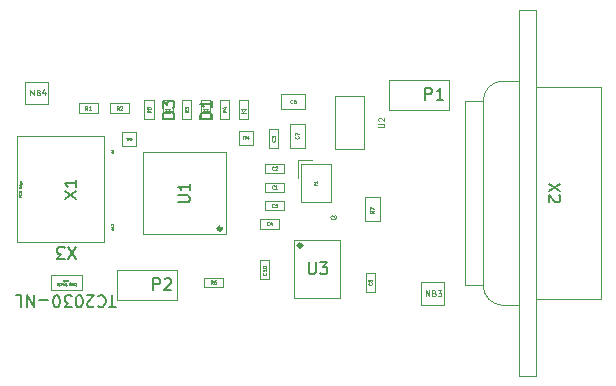
<source format=gbr>
%TF.GenerationSoftware,KiCad,Pcbnew,7.0.5*%
%TF.CreationDate,2023-06-19T14:48:02+02:00*%
%TF.ProjectId,candleLightfd-S01,63616e64-6c65-44c6-9967-687466642d53,R01*%
%TF.SameCoordinates,Original*%
%TF.FileFunction,AssemblyDrawing,Top*%
%FSLAX46Y46*%
G04 Gerber Fmt 4.6, Leading zero omitted, Abs format (unit mm)*
G04 Created by KiCad (PCBNEW 7.0.5) date 2023-06-19 14:48:02*
%MOMM*%
%LPD*%
G01*
G04 APERTURE LIST*
%ADD10C,0.150000*%
%ADD11C,0.010000*%
%ADD12C,0.030000*%
%ADD13C,0.050000*%
%ADD14C,0.075000*%
%ADD15C,0.100000*%
%ADD16C,0.300000*%
G04 APERTURE END LIST*
D10*
%TO.C,X3*%
X109188094Y-139645180D02*
X108616666Y-139645180D01*
X108902380Y-138645180D02*
X108902380Y-139645180D01*
X107711904Y-138740419D02*
X107759523Y-138692800D01*
X107759523Y-138692800D02*
X107902380Y-138645180D01*
X107902380Y-138645180D02*
X107997618Y-138645180D01*
X107997618Y-138645180D02*
X108140475Y-138692800D01*
X108140475Y-138692800D02*
X108235713Y-138788038D01*
X108235713Y-138788038D02*
X108283332Y-138883276D01*
X108283332Y-138883276D02*
X108330951Y-139073752D01*
X108330951Y-139073752D02*
X108330951Y-139216609D01*
X108330951Y-139216609D02*
X108283332Y-139407085D01*
X108283332Y-139407085D02*
X108235713Y-139502323D01*
X108235713Y-139502323D02*
X108140475Y-139597561D01*
X108140475Y-139597561D02*
X107997618Y-139645180D01*
X107997618Y-139645180D02*
X107902380Y-139645180D01*
X107902380Y-139645180D02*
X107759523Y-139597561D01*
X107759523Y-139597561D02*
X107711904Y-139549942D01*
X107330951Y-139549942D02*
X107283332Y-139597561D01*
X107283332Y-139597561D02*
X107188094Y-139645180D01*
X107188094Y-139645180D02*
X106949999Y-139645180D01*
X106949999Y-139645180D02*
X106854761Y-139597561D01*
X106854761Y-139597561D02*
X106807142Y-139549942D01*
X106807142Y-139549942D02*
X106759523Y-139454704D01*
X106759523Y-139454704D02*
X106759523Y-139359466D01*
X106759523Y-139359466D02*
X106807142Y-139216609D01*
X106807142Y-139216609D02*
X107378570Y-138645180D01*
X107378570Y-138645180D02*
X106759523Y-138645180D01*
X106140475Y-139645180D02*
X106045237Y-139645180D01*
X106045237Y-139645180D02*
X105949999Y-139597561D01*
X105949999Y-139597561D02*
X105902380Y-139549942D01*
X105902380Y-139549942D02*
X105854761Y-139454704D01*
X105854761Y-139454704D02*
X105807142Y-139264228D01*
X105807142Y-139264228D02*
X105807142Y-139026133D01*
X105807142Y-139026133D02*
X105854761Y-138835657D01*
X105854761Y-138835657D02*
X105902380Y-138740419D01*
X105902380Y-138740419D02*
X105949999Y-138692800D01*
X105949999Y-138692800D02*
X106045237Y-138645180D01*
X106045237Y-138645180D02*
X106140475Y-138645180D01*
X106140475Y-138645180D02*
X106235713Y-138692800D01*
X106235713Y-138692800D02*
X106283332Y-138740419D01*
X106283332Y-138740419D02*
X106330951Y-138835657D01*
X106330951Y-138835657D02*
X106378570Y-139026133D01*
X106378570Y-139026133D02*
X106378570Y-139264228D01*
X106378570Y-139264228D02*
X106330951Y-139454704D01*
X106330951Y-139454704D02*
X106283332Y-139549942D01*
X106283332Y-139549942D02*
X106235713Y-139597561D01*
X106235713Y-139597561D02*
X106140475Y-139645180D01*
X105473808Y-139645180D02*
X104854761Y-139645180D01*
X104854761Y-139645180D02*
X105188094Y-139264228D01*
X105188094Y-139264228D02*
X105045237Y-139264228D01*
X105045237Y-139264228D02*
X104949999Y-139216609D01*
X104949999Y-139216609D02*
X104902380Y-139168990D01*
X104902380Y-139168990D02*
X104854761Y-139073752D01*
X104854761Y-139073752D02*
X104854761Y-138835657D01*
X104854761Y-138835657D02*
X104902380Y-138740419D01*
X104902380Y-138740419D02*
X104949999Y-138692800D01*
X104949999Y-138692800D02*
X105045237Y-138645180D01*
X105045237Y-138645180D02*
X105330951Y-138645180D01*
X105330951Y-138645180D02*
X105426189Y-138692800D01*
X105426189Y-138692800D02*
X105473808Y-138740419D01*
X104235713Y-139645180D02*
X104140475Y-139645180D01*
X104140475Y-139645180D02*
X104045237Y-139597561D01*
X104045237Y-139597561D02*
X103997618Y-139549942D01*
X103997618Y-139549942D02*
X103949999Y-139454704D01*
X103949999Y-139454704D02*
X103902380Y-139264228D01*
X103902380Y-139264228D02*
X103902380Y-139026133D01*
X103902380Y-139026133D02*
X103949999Y-138835657D01*
X103949999Y-138835657D02*
X103997618Y-138740419D01*
X103997618Y-138740419D02*
X104045237Y-138692800D01*
X104045237Y-138692800D02*
X104140475Y-138645180D01*
X104140475Y-138645180D02*
X104235713Y-138645180D01*
X104235713Y-138645180D02*
X104330951Y-138692800D01*
X104330951Y-138692800D02*
X104378570Y-138740419D01*
X104378570Y-138740419D02*
X104426189Y-138835657D01*
X104426189Y-138835657D02*
X104473808Y-139026133D01*
X104473808Y-139026133D02*
X104473808Y-139264228D01*
X104473808Y-139264228D02*
X104426189Y-139454704D01*
X104426189Y-139454704D02*
X104378570Y-139549942D01*
X104378570Y-139549942D02*
X104330951Y-139597561D01*
X104330951Y-139597561D02*
X104235713Y-139645180D01*
X103473808Y-139026133D02*
X102711904Y-139026133D01*
X102235713Y-138645180D02*
X102235713Y-139645180D01*
X102235713Y-139645180D02*
X101664285Y-138645180D01*
X101664285Y-138645180D02*
X101664285Y-139645180D01*
X100711904Y-138645180D02*
X101188094Y-138645180D01*
X101188094Y-138645180D02*
X101188094Y-139645180D01*
D11*
X105845802Y-137624996D02*
X105845802Y-137824996D01*
X105826755Y-137701186D02*
X105769612Y-137624996D01*
X105769612Y-137758329D02*
X105845802Y-137682139D01*
X105607707Y-137634520D02*
X105626755Y-137624996D01*
X105626755Y-137624996D02*
X105664850Y-137624996D01*
X105664850Y-137624996D02*
X105683897Y-137634520D01*
X105683897Y-137634520D02*
X105693421Y-137653567D01*
X105693421Y-137653567D02*
X105693421Y-137729758D01*
X105693421Y-137729758D02*
X105683897Y-137748805D01*
X105683897Y-137748805D02*
X105664850Y-137758329D01*
X105664850Y-137758329D02*
X105626755Y-137758329D01*
X105626755Y-137758329D02*
X105607707Y-137748805D01*
X105607707Y-137748805D02*
X105598183Y-137729758D01*
X105598183Y-137729758D02*
X105598183Y-137710710D01*
X105598183Y-137710710D02*
X105693421Y-137691662D01*
X105436278Y-137634520D02*
X105455326Y-137624996D01*
X105455326Y-137624996D02*
X105493421Y-137624996D01*
X105493421Y-137624996D02*
X105512468Y-137634520D01*
X105512468Y-137634520D02*
X105521992Y-137653567D01*
X105521992Y-137653567D02*
X105521992Y-137729758D01*
X105521992Y-137729758D02*
X105512468Y-137748805D01*
X105512468Y-137748805D02*
X105493421Y-137758329D01*
X105493421Y-137758329D02*
X105455326Y-137758329D01*
X105455326Y-137758329D02*
X105436278Y-137748805D01*
X105436278Y-137748805D02*
X105426754Y-137729758D01*
X105426754Y-137729758D02*
X105426754Y-137710710D01*
X105426754Y-137710710D02*
X105521992Y-137691662D01*
X105341039Y-137758329D02*
X105341039Y-137558329D01*
X105341039Y-137748805D02*
X105321992Y-137758329D01*
X105321992Y-137758329D02*
X105283897Y-137758329D01*
X105283897Y-137758329D02*
X105264849Y-137748805D01*
X105264849Y-137748805D02*
X105255325Y-137739281D01*
X105255325Y-137739281D02*
X105245801Y-137720234D01*
X105245801Y-137720234D02*
X105245801Y-137663091D01*
X105245801Y-137663091D02*
X105255325Y-137644043D01*
X105255325Y-137644043D02*
X105264849Y-137634520D01*
X105264849Y-137634520D02*
X105283897Y-137624996D01*
X105283897Y-137624996D02*
X105321992Y-137624996D01*
X105321992Y-137624996D02*
X105341039Y-137634520D01*
X105036278Y-137758329D02*
X104960087Y-137758329D01*
X105007706Y-137824996D02*
X105007706Y-137653567D01*
X105007706Y-137653567D02*
X104998183Y-137634520D01*
X104998183Y-137634520D02*
X104979135Y-137624996D01*
X104979135Y-137624996D02*
X104960087Y-137624996D01*
X104893420Y-137624996D02*
X104893420Y-137758329D01*
X104893420Y-137720234D02*
X104883897Y-137739281D01*
X104883897Y-137739281D02*
X104874373Y-137748805D01*
X104874373Y-137748805D02*
X104855325Y-137758329D01*
X104855325Y-137758329D02*
X104836278Y-137758329D01*
X104683896Y-137624996D02*
X104683896Y-137729758D01*
X104683896Y-137729758D02*
X104693420Y-137748805D01*
X104693420Y-137748805D02*
X104712468Y-137758329D01*
X104712468Y-137758329D02*
X104750563Y-137758329D01*
X104750563Y-137758329D02*
X104769610Y-137748805D01*
X104683896Y-137634520D02*
X104702944Y-137624996D01*
X104702944Y-137624996D02*
X104750563Y-137624996D01*
X104750563Y-137624996D02*
X104769610Y-137634520D01*
X104769610Y-137634520D02*
X104779134Y-137653567D01*
X104779134Y-137653567D02*
X104779134Y-137672615D01*
X104779134Y-137672615D02*
X104769610Y-137691662D01*
X104769610Y-137691662D02*
X104750563Y-137701186D01*
X104750563Y-137701186D02*
X104702944Y-137701186D01*
X104702944Y-137701186D02*
X104683896Y-137710710D01*
X104502944Y-137634520D02*
X104521992Y-137624996D01*
X104521992Y-137624996D02*
X104560087Y-137624996D01*
X104560087Y-137624996D02*
X104579135Y-137634520D01*
X104579135Y-137634520D02*
X104588658Y-137644043D01*
X104588658Y-137644043D02*
X104598182Y-137663091D01*
X104598182Y-137663091D02*
X104598182Y-137720234D01*
X104598182Y-137720234D02*
X104588658Y-137739281D01*
X104588658Y-137739281D02*
X104579135Y-137748805D01*
X104579135Y-137748805D02*
X104560087Y-137758329D01*
X104560087Y-137758329D02*
X104521992Y-137758329D01*
X104521992Y-137758329D02*
X104502944Y-137748805D01*
X104417229Y-137624996D02*
X104417229Y-137824996D01*
X104398182Y-137701186D02*
X104341039Y-137624996D01*
X104341039Y-137758329D02*
X104417229Y-137682139D01*
X104264848Y-137634520D02*
X104245801Y-137624996D01*
X104245801Y-137624996D02*
X104207705Y-137624996D01*
X104207705Y-137624996D02*
X104188658Y-137634520D01*
X104188658Y-137634520D02*
X104179134Y-137653567D01*
X104179134Y-137653567D02*
X104179134Y-137663091D01*
X104179134Y-137663091D02*
X104188658Y-137682139D01*
X104188658Y-137682139D02*
X104207705Y-137691662D01*
X104207705Y-137691662D02*
X104236277Y-137691662D01*
X104236277Y-137691662D02*
X104255324Y-137701186D01*
X104255324Y-137701186D02*
X104264848Y-137720234D01*
X104264848Y-137720234D02*
X104264848Y-137729758D01*
X104264848Y-137729758D02*
X104255324Y-137748805D01*
X104255324Y-137748805D02*
X104236277Y-137758329D01*
X104236277Y-137758329D02*
X104207705Y-137758329D01*
X104207705Y-137758329D02*
X104188658Y-137748805D01*
X105117231Y-137324996D02*
X105136279Y-137334520D01*
X105136279Y-137334520D02*
X105145802Y-137344043D01*
X105145802Y-137344043D02*
X105155326Y-137363091D01*
X105155326Y-137363091D02*
X105155326Y-137420234D01*
X105155326Y-137420234D02*
X105145802Y-137439281D01*
X105145802Y-137439281D02*
X105136279Y-137448805D01*
X105136279Y-137448805D02*
X105117231Y-137458329D01*
X105117231Y-137458329D02*
X105088660Y-137458329D01*
X105088660Y-137458329D02*
X105069612Y-137448805D01*
X105069612Y-137448805D02*
X105060088Y-137439281D01*
X105060088Y-137439281D02*
X105050564Y-137420234D01*
X105050564Y-137420234D02*
X105050564Y-137363091D01*
X105050564Y-137363091D02*
X105060088Y-137344043D01*
X105060088Y-137344043D02*
X105069612Y-137334520D01*
X105069612Y-137334520D02*
X105088660Y-137324996D01*
X105088660Y-137324996D02*
X105117231Y-137324996D01*
X104879136Y-137458329D02*
X104879136Y-137324996D01*
X104964850Y-137458329D02*
X104964850Y-137353567D01*
X104964850Y-137353567D02*
X104955327Y-137334520D01*
X104955327Y-137334520D02*
X104936279Y-137324996D01*
X104936279Y-137324996D02*
X104907708Y-137324996D01*
X104907708Y-137324996D02*
X104888660Y-137334520D01*
X104888660Y-137334520D02*
X104879136Y-137344043D01*
X104812470Y-137458329D02*
X104736279Y-137458329D01*
X104783898Y-137524996D02*
X104783898Y-137353567D01*
X104783898Y-137353567D02*
X104774375Y-137334520D01*
X104774375Y-137334520D02*
X104755327Y-137324996D01*
X104755327Y-137324996D02*
X104736279Y-137324996D01*
D10*
X105809523Y-135545180D02*
X105142857Y-134545180D01*
X105142857Y-135545180D02*
X105809523Y-134545180D01*
X104857142Y-135545180D02*
X104238095Y-135545180D01*
X104238095Y-135545180D02*
X104571428Y-135164228D01*
X104571428Y-135164228D02*
X104428571Y-135164228D01*
X104428571Y-135164228D02*
X104333333Y-135116609D01*
X104333333Y-135116609D02*
X104285714Y-135068990D01*
X104285714Y-135068990D02*
X104238095Y-134973752D01*
X104238095Y-134973752D02*
X104238095Y-134735657D01*
X104238095Y-134735657D02*
X104285714Y-134640419D01*
X104285714Y-134640419D02*
X104333333Y-134592800D01*
X104333333Y-134592800D02*
X104428571Y-134545180D01*
X104428571Y-134545180D02*
X104714285Y-134545180D01*
X104714285Y-134545180D02*
X104809523Y-134592800D01*
X104809523Y-134592800D02*
X104857142Y-134640419D01*
D12*
%TO.C,R2*%
X109450000Y-122937225D02*
X109350000Y-122794368D01*
X109278571Y-122937225D02*
X109278571Y-122637225D01*
X109278571Y-122637225D02*
X109392857Y-122637225D01*
X109392857Y-122637225D02*
X109421428Y-122651511D01*
X109421428Y-122651511D02*
X109435714Y-122665797D01*
X109435714Y-122665797D02*
X109450000Y-122694368D01*
X109450000Y-122694368D02*
X109450000Y-122737225D01*
X109450000Y-122737225D02*
X109435714Y-122765797D01*
X109435714Y-122765797D02*
X109421428Y-122780082D01*
X109421428Y-122780082D02*
X109392857Y-122794368D01*
X109392857Y-122794368D02*
X109278571Y-122794368D01*
X109564285Y-122665797D02*
X109578571Y-122651511D01*
X109578571Y-122651511D02*
X109607143Y-122637225D01*
X109607143Y-122637225D02*
X109678571Y-122637225D01*
X109678571Y-122637225D02*
X109707143Y-122651511D01*
X109707143Y-122651511D02*
X109721428Y-122665797D01*
X109721428Y-122665797D02*
X109735714Y-122694368D01*
X109735714Y-122694368D02*
X109735714Y-122722940D01*
X109735714Y-122722940D02*
X109721428Y-122765797D01*
X109721428Y-122765797D02*
X109550000Y-122937225D01*
X109550000Y-122937225D02*
X109735714Y-122937225D01*
D13*
%TO.C,C2*%
X122600000Y-128007614D02*
X122585714Y-128021900D01*
X122585714Y-128021900D02*
X122542857Y-128036185D01*
X122542857Y-128036185D02*
X122514285Y-128036185D01*
X122514285Y-128036185D02*
X122471428Y-128021900D01*
X122471428Y-128021900D02*
X122442857Y-127993328D01*
X122442857Y-127993328D02*
X122428571Y-127964757D01*
X122428571Y-127964757D02*
X122414285Y-127907614D01*
X122414285Y-127907614D02*
X122414285Y-127864757D01*
X122414285Y-127864757D02*
X122428571Y-127807614D01*
X122428571Y-127807614D02*
X122442857Y-127779042D01*
X122442857Y-127779042D02*
X122471428Y-127750471D01*
X122471428Y-127750471D02*
X122514285Y-127736185D01*
X122514285Y-127736185D02*
X122542857Y-127736185D01*
X122542857Y-127736185D02*
X122585714Y-127750471D01*
X122585714Y-127750471D02*
X122600000Y-127764757D01*
X122714285Y-127764757D02*
X122728571Y-127750471D01*
X122728571Y-127750471D02*
X122757143Y-127736185D01*
X122757143Y-127736185D02*
X122828571Y-127736185D01*
X122828571Y-127736185D02*
X122857143Y-127750471D01*
X122857143Y-127750471D02*
X122871428Y-127764757D01*
X122871428Y-127764757D02*
X122885714Y-127793328D01*
X122885714Y-127793328D02*
X122885714Y-127821900D01*
X122885714Y-127821900D02*
X122871428Y-127864757D01*
X122871428Y-127864757D02*
X122700000Y-128036185D01*
X122700000Y-128036185D02*
X122885714Y-128036185D01*
%TO.C,C8*%
X130857614Y-137599999D02*
X130871900Y-137614285D01*
X130871900Y-137614285D02*
X130886185Y-137657142D01*
X130886185Y-137657142D02*
X130886185Y-137685714D01*
X130886185Y-137685714D02*
X130871900Y-137728571D01*
X130871900Y-137728571D02*
X130843328Y-137757142D01*
X130843328Y-137757142D02*
X130814757Y-137771428D01*
X130814757Y-137771428D02*
X130757614Y-137785714D01*
X130757614Y-137785714D02*
X130714757Y-137785714D01*
X130714757Y-137785714D02*
X130657614Y-137771428D01*
X130657614Y-137771428D02*
X130629042Y-137757142D01*
X130629042Y-137757142D02*
X130600471Y-137728571D01*
X130600471Y-137728571D02*
X130586185Y-137685714D01*
X130586185Y-137685714D02*
X130586185Y-137657142D01*
X130586185Y-137657142D02*
X130600471Y-137614285D01*
X130600471Y-137614285D02*
X130614757Y-137599999D01*
X130714757Y-137428571D02*
X130700471Y-137457142D01*
X130700471Y-137457142D02*
X130686185Y-137471428D01*
X130686185Y-137471428D02*
X130657614Y-137485714D01*
X130657614Y-137485714D02*
X130643328Y-137485714D01*
X130643328Y-137485714D02*
X130614757Y-137471428D01*
X130614757Y-137471428D02*
X130600471Y-137457142D01*
X130600471Y-137457142D02*
X130586185Y-137428571D01*
X130586185Y-137428571D02*
X130586185Y-137371428D01*
X130586185Y-137371428D02*
X130600471Y-137342857D01*
X130600471Y-137342857D02*
X130614757Y-137328571D01*
X130614757Y-137328571D02*
X130643328Y-137314285D01*
X130643328Y-137314285D02*
X130657614Y-137314285D01*
X130657614Y-137314285D02*
X130686185Y-137328571D01*
X130686185Y-137328571D02*
X130700471Y-137342857D01*
X130700471Y-137342857D02*
X130714757Y-137371428D01*
X130714757Y-137371428D02*
X130714757Y-137428571D01*
X130714757Y-137428571D02*
X130729042Y-137457142D01*
X130729042Y-137457142D02*
X130743328Y-137471428D01*
X130743328Y-137471428D02*
X130771900Y-137485714D01*
X130771900Y-137485714D02*
X130829042Y-137485714D01*
X130829042Y-137485714D02*
X130857614Y-137471428D01*
X130857614Y-137471428D02*
X130871900Y-137457142D01*
X130871900Y-137457142D02*
X130886185Y-137428571D01*
X130886185Y-137428571D02*
X130886185Y-137371428D01*
X130886185Y-137371428D02*
X130871900Y-137342857D01*
X130871900Y-137342857D02*
X130857614Y-137328571D01*
X130857614Y-137328571D02*
X130829042Y-137314285D01*
X130829042Y-137314285D02*
X130771900Y-137314285D01*
X130771900Y-137314285D02*
X130743328Y-137328571D01*
X130743328Y-137328571D02*
X130729042Y-137342857D01*
X130729042Y-137342857D02*
X130714757Y-137371428D01*
D12*
%TO.C,R1*%
X106800000Y-122937225D02*
X106700000Y-122794368D01*
X106628571Y-122937225D02*
X106628571Y-122637225D01*
X106628571Y-122637225D02*
X106742857Y-122637225D01*
X106742857Y-122637225D02*
X106771428Y-122651511D01*
X106771428Y-122651511D02*
X106785714Y-122665797D01*
X106785714Y-122665797D02*
X106800000Y-122694368D01*
X106800000Y-122694368D02*
X106800000Y-122737225D01*
X106800000Y-122737225D02*
X106785714Y-122765797D01*
X106785714Y-122765797D02*
X106771428Y-122780082D01*
X106771428Y-122780082D02*
X106742857Y-122794368D01*
X106742857Y-122794368D02*
X106628571Y-122794368D01*
X107085714Y-122937225D02*
X106914285Y-122937225D01*
X107000000Y-122937225D02*
X107000000Y-122637225D01*
X107000000Y-122637225D02*
X106971428Y-122680082D01*
X106971428Y-122680082D02*
X106942857Y-122708654D01*
X106942857Y-122708654D02*
X106914285Y-122722940D01*
D13*
%TO.C,C4*%
X122150000Y-132707614D02*
X122135714Y-132721900D01*
X122135714Y-132721900D02*
X122092857Y-132736185D01*
X122092857Y-132736185D02*
X122064285Y-132736185D01*
X122064285Y-132736185D02*
X122021428Y-132721900D01*
X122021428Y-132721900D02*
X121992857Y-132693328D01*
X121992857Y-132693328D02*
X121978571Y-132664757D01*
X121978571Y-132664757D02*
X121964285Y-132607614D01*
X121964285Y-132607614D02*
X121964285Y-132564757D01*
X121964285Y-132564757D02*
X121978571Y-132507614D01*
X121978571Y-132507614D02*
X121992857Y-132479042D01*
X121992857Y-132479042D02*
X122021428Y-132450471D01*
X122021428Y-132450471D02*
X122064285Y-132436185D01*
X122064285Y-132436185D02*
X122092857Y-132436185D01*
X122092857Y-132436185D02*
X122135714Y-132450471D01*
X122135714Y-132450471D02*
X122150000Y-132464757D01*
X122407143Y-132536185D02*
X122407143Y-132736185D01*
X122335714Y-132421900D02*
X122264285Y-132636185D01*
X122264285Y-132636185D02*
X122450000Y-132636185D01*
D10*
%TO.C,D1*%
X117354819Y-123688094D02*
X116354819Y-123688094D01*
X116354819Y-123688094D02*
X116354819Y-123449999D01*
X116354819Y-123449999D02*
X116402438Y-123307142D01*
X116402438Y-123307142D02*
X116497676Y-123211904D01*
X116497676Y-123211904D02*
X116592914Y-123164285D01*
X116592914Y-123164285D02*
X116783390Y-123116666D01*
X116783390Y-123116666D02*
X116926247Y-123116666D01*
X116926247Y-123116666D02*
X117116723Y-123164285D01*
X117116723Y-123164285D02*
X117211961Y-123211904D01*
X117211961Y-123211904D02*
X117307200Y-123307142D01*
X117307200Y-123307142D02*
X117354819Y-123449999D01*
X117354819Y-123449999D02*
X117354819Y-123688094D01*
X117354819Y-122164285D02*
X117354819Y-122735713D01*
X117354819Y-122449999D02*
X116354819Y-122449999D01*
X116354819Y-122449999D02*
X116497676Y-122545237D01*
X116497676Y-122545237D02*
X116592914Y-122640475D01*
X116592914Y-122640475D02*
X116640533Y-122735713D01*
D12*
%TO.C,R6*%
X117400000Y-137687225D02*
X117300000Y-137544368D01*
X117228571Y-137687225D02*
X117228571Y-137387225D01*
X117228571Y-137387225D02*
X117342857Y-137387225D01*
X117342857Y-137387225D02*
X117371428Y-137401511D01*
X117371428Y-137401511D02*
X117385714Y-137415797D01*
X117385714Y-137415797D02*
X117400000Y-137444368D01*
X117400000Y-137444368D02*
X117400000Y-137487225D01*
X117400000Y-137487225D02*
X117385714Y-137515797D01*
X117385714Y-137515797D02*
X117371428Y-137530082D01*
X117371428Y-137530082D02*
X117342857Y-137544368D01*
X117342857Y-137544368D02*
X117228571Y-137544368D01*
X117657143Y-137387225D02*
X117600000Y-137387225D01*
X117600000Y-137387225D02*
X117571428Y-137401511D01*
X117571428Y-137401511D02*
X117557143Y-137415797D01*
X117557143Y-137415797D02*
X117528571Y-137458654D01*
X117528571Y-137458654D02*
X117514285Y-137515797D01*
X117514285Y-137515797D02*
X117514285Y-137630082D01*
X117514285Y-137630082D02*
X117528571Y-137658654D01*
X117528571Y-137658654D02*
X117542857Y-137672940D01*
X117542857Y-137672940D02*
X117571428Y-137687225D01*
X117571428Y-137687225D02*
X117628571Y-137687225D01*
X117628571Y-137687225D02*
X117657143Y-137672940D01*
X117657143Y-137672940D02*
X117671428Y-137658654D01*
X117671428Y-137658654D02*
X117685714Y-137630082D01*
X117685714Y-137630082D02*
X117685714Y-137558654D01*
X117685714Y-137558654D02*
X117671428Y-137530082D01*
X117671428Y-137530082D02*
X117657143Y-137515797D01*
X117657143Y-137515797D02*
X117628571Y-137501511D01*
X117628571Y-137501511D02*
X117571428Y-137501511D01*
X117571428Y-137501511D02*
X117542857Y-137515797D01*
X117542857Y-137515797D02*
X117528571Y-137530082D01*
X117528571Y-137530082D02*
X117514285Y-137558654D01*
D13*
%TO.C,C6*%
X124150000Y-122357614D02*
X124135714Y-122371900D01*
X124135714Y-122371900D02*
X124092857Y-122386185D01*
X124092857Y-122386185D02*
X124064285Y-122386185D01*
X124064285Y-122386185D02*
X124021428Y-122371900D01*
X124021428Y-122371900D02*
X123992857Y-122343328D01*
X123992857Y-122343328D02*
X123978571Y-122314757D01*
X123978571Y-122314757D02*
X123964285Y-122257614D01*
X123964285Y-122257614D02*
X123964285Y-122214757D01*
X123964285Y-122214757D02*
X123978571Y-122157614D01*
X123978571Y-122157614D02*
X123992857Y-122129042D01*
X123992857Y-122129042D02*
X124021428Y-122100471D01*
X124021428Y-122100471D02*
X124064285Y-122086185D01*
X124064285Y-122086185D02*
X124092857Y-122086185D01*
X124092857Y-122086185D02*
X124135714Y-122100471D01*
X124135714Y-122100471D02*
X124150000Y-122114757D01*
X124407143Y-122086185D02*
X124350000Y-122086185D01*
X124350000Y-122086185D02*
X124321428Y-122100471D01*
X124321428Y-122100471D02*
X124307143Y-122114757D01*
X124307143Y-122114757D02*
X124278571Y-122157614D01*
X124278571Y-122157614D02*
X124264285Y-122214757D01*
X124264285Y-122214757D02*
X124264285Y-122329042D01*
X124264285Y-122329042D02*
X124278571Y-122357614D01*
X124278571Y-122357614D02*
X124292857Y-122371900D01*
X124292857Y-122371900D02*
X124321428Y-122386185D01*
X124321428Y-122386185D02*
X124378571Y-122386185D01*
X124378571Y-122386185D02*
X124407143Y-122371900D01*
X124407143Y-122371900D02*
X124421428Y-122357614D01*
X124421428Y-122357614D02*
X124435714Y-122329042D01*
X124435714Y-122329042D02*
X124435714Y-122257614D01*
X124435714Y-122257614D02*
X124421428Y-122229042D01*
X124421428Y-122229042D02*
X124407143Y-122214757D01*
X124407143Y-122214757D02*
X124378571Y-122200471D01*
X124378571Y-122200471D02*
X124321428Y-122200471D01*
X124321428Y-122200471D02*
X124292857Y-122214757D01*
X124292857Y-122214757D02*
X124278571Y-122229042D01*
X124278571Y-122229042D02*
X124264285Y-122257614D01*
D14*
%TO.C,U2*%
X131437409Y-124390952D02*
X131842171Y-124390952D01*
X131842171Y-124390952D02*
X131889790Y-124367142D01*
X131889790Y-124367142D02*
X131913600Y-124343333D01*
X131913600Y-124343333D02*
X131937409Y-124295714D01*
X131937409Y-124295714D02*
X131937409Y-124200476D01*
X131937409Y-124200476D02*
X131913600Y-124152857D01*
X131913600Y-124152857D02*
X131889790Y-124129047D01*
X131889790Y-124129047D02*
X131842171Y-124105238D01*
X131842171Y-124105238D02*
X131437409Y-124105238D01*
X131485028Y-123890951D02*
X131461219Y-123867142D01*
X131461219Y-123867142D02*
X131437409Y-123819523D01*
X131437409Y-123819523D02*
X131437409Y-123700475D01*
X131437409Y-123700475D02*
X131461219Y-123652856D01*
X131461219Y-123652856D02*
X131485028Y-123629047D01*
X131485028Y-123629047D02*
X131532647Y-123605237D01*
X131532647Y-123605237D02*
X131580266Y-123605237D01*
X131580266Y-123605237D02*
X131651695Y-123629047D01*
X131651695Y-123629047D02*
X131937409Y-123914761D01*
X131937409Y-123914761D02*
X131937409Y-123605237D01*
D13*
%TO.C,C1*%
X122600000Y-129607614D02*
X122585714Y-129621900D01*
X122585714Y-129621900D02*
X122542857Y-129636185D01*
X122542857Y-129636185D02*
X122514285Y-129636185D01*
X122514285Y-129636185D02*
X122471428Y-129621900D01*
X122471428Y-129621900D02*
X122442857Y-129593328D01*
X122442857Y-129593328D02*
X122428571Y-129564757D01*
X122428571Y-129564757D02*
X122414285Y-129507614D01*
X122414285Y-129507614D02*
X122414285Y-129464757D01*
X122414285Y-129464757D02*
X122428571Y-129407614D01*
X122428571Y-129407614D02*
X122442857Y-129379042D01*
X122442857Y-129379042D02*
X122471428Y-129350471D01*
X122471428Y-129350471D02*
X122514285Y-129336185D01*
X122514285Y-129336185D02*
X122542857Y-129336185D01*
X122542857Y-129336185D02*
X122585714Y-129350471D01*
X122585714Y-129350471D02*
X122600000Y-129364757D01*
X122885714Y-129636185D02*
X122714285Y-129636185D01*
X122800000Y-129636185D02*
X122800000Y-129336185D01*
X122800000Y-129336185D02*
X122771428Y-129379042D01*
X122771428Y-129379042D02*
X122742857Y-129407614D01*
X122742857Y-129407614D02*
X122714285Y-129421900D01*
D10*
%TO.C,U1*%
X114454819Y-130761904D02*
X115264342Y-130761904D01*
X115264342Y-130761904D02*
X115359580Y-130714285D01*
X115359580Y-130714285D02*
X115407200Y-130666666D01*
X115407200Y-130666666D02*
X115454819Y-130571428D01*
X115454819Y-130571428D02*
X115454819Y-130380952D01*
X115454819Y-130380952D02*
X115407200Y-130285714D01*
X115407200Y-130285714D02*
X115359580Y-130238095D01*
X115359580Y-130238095D02*
X115264342Y-130190476D01*
X115264342Y-130190476D02*
X114454819Y-130190476D01*
X115454819Y-129190476D02*
X115454819Y-129761904D01*
X115454819Y-129476190D02*
X114454819Y-129476190D01*
X114454819Y-129476190D02*
X114597676Y-129571428D01*
X114597676Y-129571428D02*
X114692914Y-129666666D01*
X114692914Y-129666666D02*
X114740533Y-129761904D01*
D13*
%TO.C,C5*%
X122600000Y-131157614D02*
X122585714Y-131171900D01*
X122585714Y-131171900D02*
X122542857Y-131186185D01*
X122542857Y-131186185D02*
X122514285Y-131186185D01*
X122514285Y-131186185D02*
X122471428Y-131171900D01*
X122471428Y-131171900D02*
X122442857Y-131143328D01*
X122442857Y-131143328D02*
X122428571Y-131114757D01*
X122428571Y-131114757D02*
X122414285Y-131057614D01*
X122414285Y-131057614D02*
X122414285Y-131014757D01*
X122414285Y-131014757D02*
X122428571Y-130957614D01*
X122428571Y-130957614D02*
X122442857Y-130929042D01*
X122442857Y-130929042D02*
X122471428Y-130900471D01*
X122471428Y-130900471D02*
X122514285Y-130886185D01*
X122514285Y-130886185D02*
X122542857Y-130886185D01*
X122542857Y-130886185D02*
X122585714Y-130900471D01*
X122585714Y-130900471D02*
X122600000Y-130914757D01*
X122871428Y-130886185D02*
X122728571Y-130886185D01*
X122728571Y-130886185D02*
X122714285Y-131029042D01*
X122714285Y-131029042D02*
X122728571Y-131014757D01*
X122728571Y-131014757D02*
X122757143Y-131000471D01*
X122757143Y-131000471D02*
X122828571Y-131000471D01*
X122828571Y-131000471D02*
X122857143Y-131014757D01*
X122857143Y-131014757D02*
X122871428Y-131029042D01*
X122871428Y-131029042D02*
X122885714Y-131057614D01*
X122885714Y-131057614D02*
X122885714Y-131129042D01*
X122885714Y-131129042D02*
X122871428Y-131157614D01*
X122871428Y-131157614D02*
X122857143Y-131171900D01*
X122857143Y-131171900D02*
X122828571Y-131186185D01*
X122828571Y-131186185D02*
X122757143Y-131186185D01*
X122757143Y-131186185D02*
X122728571Y-131171900D01*
X122728571Y-131171900D02*
X122714285Y-131157614D01*
D10*
%TO.C,X1*%
X104859819Y-130459523D02*
X105859819Y-129792857D01*
X104859819Y-129792857D02*
X105859819Y-130459523D01*
X105859819Y-128888095D02*
X105859819Y-129459523D01*
X105859819Y-129173809D02*
X104859819Y-129173809D01*
X104859819Y-129173809D02*
X105002676Y-129269047D01*
X105002676Y-129269047D02*
X105097914Y-129364285D01*
X105097914Y-129364285D02*
X105145533Y-129459523D01*
D12*
X108938820Y-133088094D02*
X108938820Y-132992856D01*
X108995963Y-133107142D02*
X108795963Y-133040475D01*
X108795963Y-133040475D02*
X108995963Y-132973809D01*
X108995963Y-132802380D02*
X108995963Y-132916665D01*
X108995963Y-132859522D02*
X108795963Y-132859522D01*
X108795963Y-132859522D02*
X108824535Y-132878570D01*
X108824535Y-132878570D02*
X108843582Y-132897618D01*
X108843582Y-132897618D02*
X108853106Y-132916665D01*
X108815011Y-132726189D02*
X108805487Y-132716665D01*
X108805487Y-132716665D02*
X108795963Y-132697618D01*
X108795963Y-132697618D02*
X108795963Y-132649999D01*
X108795963Y-132649999D02*
X108805487Y-132630951D01*
X108805487Y-132630951D02*
X108815011Y-132621427D01*
X108815011Y-132621427D02*
X108834059Y-132611904D01*
X108834059Y-132611904D02*
X108853106Y-132611904D01*
X108853106Y-132611904D02*
X108881678Y-132621427D01*
X108881678Y-132621427D02*
X108995963Y-132735713D01*
X108995963Y-132735713D02*
X108995963Y-132611904D01*
X108938820Y-126592856D02*
X108938820Y-126497618D01*
X108995963Y-126611904D02*
X108795963Y-126545237D01*
X108795963Y-126545237D02*
X108995963Y-126478571D01*
X108995963Y-126307142D02*
X108995963Y-126421427D01*
X108995963Y-126364284D02*
X108795963Y-126364284D01*
X108795963Y-126364284D02*
X108824535Y-126383332D01*
X108824535Y-126383332D02*
X108843582Y-126402380D01*
X108843582Y-126402380D02*
X108853106Y-126421427D01*
X101195963Y-130335713D02*
X100995963Y-130335713D01*
X100995963Y-130335713D02*
X100995963Y-130259523D01*
X100995963Y-130259523D02*
X101005487Y-130240475D01*
X101005487Y-130240475D02*
X101015011Y-130230952D01*
X101015011Y-130230952D02*
X101034059Y-130221428D01*
X101034059Y-130221428D02*
X101062630Y-130221428D01*
X101062630Y-130221428D02*
X101081678Y-130230952D01*
X101081678Y-130230952D02*
X101091201Y-130240475D01*
X101091201Y-130240475D02*
X101100725Y-130259523D01*
X101100725Y-130259523D02*
X101100725Y-130335713D01*
X101176916Y-130021428D02*
X101186440Y-130030952D01*
X101186440Y-130030952D02*
X101195963Y-130059523D01*
X101195963Y-130059523D02*
X101195963Y-130078571D01*
X101195963Y-130078571D02*
X101186440Y-130107142D01*
X101186440Y-130107142D02*
X101167392Y-130126190D01*
X101167392Y-130126190D02*
X101148344Y-130135713D01*
X101148344Y-130135713D02*
X101110249Y-130145237D01*
X101110249Y-130145237D02*
X101081678Y-130145237D01*
X101081678Y-130145237D02*
X101043582Y-130135713D01*
X101043582Y-130135713D02*
X101024535Y-130126190D01*
X101024535Y-130126190D02*
X101005487Y-130107142D01*
X101005487Y-130107142D02*
X100995963Y-130078571D01*
X100995963Y-130078571D02*
X100995963Y-130059523D01*
X100995963Y-130059523D02*
X101005487Y-130030952D01*
X101005487Y-130030952D02*
X101015011Y-130021428D01*
X101091201Y-129869047D02*
X101100725Y-129840475D01*
X101100725Y-129840475D02*
X101110249Y-129830952D01*
X101110249Y-129830952D02*
X101129297Y-129821428D01*
X101129297Y-129821428D02*
X101157868Y-129821428D01*
X101157868Y-129821428D02*
X101176916Y-129830952D01*
X101176916Y-129830952D02*
X101186440Y-129840475D01*
X101186440Y-129840475D02*
X101195963Y-129859523D01*
X101195963Y-129859523D02*
X101195963Y-129935713D01*
X101195963Y-129935713D02*
X100995963Y-129935713D01*
X100995963Y-129935713D02*
X100995963Y-129869047D01*
X100995963Y-129869047D02*
X101005487Y-129849999D01*
X101005487Y-129849999D02*
X101015011Y-129840475D01*
X101015011Y-129840475D02*
X101034059Y-129830952D01*
X101034059Y-129830952D02*
X101053106Y-129830952D01*
X101053106Y-129830952D02*
X101072154Y-129840475D01*
X101072154Y-129840475D02*
X101081678Y-129849999D01*
X101081678Y-129849999D02*
X101091201Y-129869047D01*
X101091201Y-129869047D02*
X101091201Y-129935713D01*
X101091201Y-129583332D02*
X101091201Y-129516666D01*
X101195963Y-129488094D02*
X101195963Y-129583332D01*
X101195963Y-129583332D02*
X100995963Y-129583332D01*
X100995963Y-129583332D02*
X100995963Y-129488094D01*
X101195963Y-129316666D02*
X100995963Y-129316666D01*
X101186440Y-129316666D02*
X101195963Y-129335714D01*
X101195963Y-129335714D02*
X101195963Y-129373809D01*
X101195963Y-129373809D02*
X101186440Y-129392857D01*
X101186440Y-129392857D02*
X101176916Y-129402380D01*
X101176916Y-129402380D02*
X101157868Y-129411904D01*
X101157868Y-129411904D02*
X101100725Y-129411904D01*
X101100725Y-129411904D02*
X101081678Y-129402380D01*
X101081678Y-129402380D02*
X101072154Y-129392857D01*
X101072154Y-129392857D02*
X101062630Y-129373809D01*
X101062630Y-129373809D02*
X101062630Y-129335714D01*
X101062630Y-129335714D02*
X101072154Y-129316666D01*
X101062630Y-129135714D02*
X101224535Y-129135714D01*
X101224535Y-129135714D02*
X101243582Y-129145238D01*
X101243582Y-129145238D02*
X101253106Y-129154762D01*
X101253106Y-129154762D02*
X101262630Y-129173809D01*
X101262630Y-129173809D02*
X101262630Y-129202381D01*
X101262630Y-129202381D02*
X101253106Y-129221428D01*
X101186440Y-129135714D02*
X101195963Y-129154762D01*
X101195963Y-129154762D02*
X101195963Y-129192857D01*
X101195963Y-129192857D02*
X101186440Y-129211905D01*
X101186440Y-129211905D02*
X101176916Y-129221428D01*
X101176916Y-129221428D02*
X101157868Y-129230952D01*
X101157868Y-129230952D02*
X101100725Y-129230952D01*
X101100725Y-129230952D02*
X101081678Y-129221428D01*
X101081678Y-129221428D02*
X101072154Y-129211905D01*
X101072154Y-129211905D02*
X101062630Y-129192857D01*
X101062630Y-129192857D02*
X101062630Y-129154762D01*
X101062630Y-129154762D02*
X101072154Y-129135714D01*
X101186440Y-128964286D02*
X101195963Y-128983334D01*
X101195963Y-128983334D02*
X101195963Y-129021429D01*
X101195963Y-129021429D02*
X101186440Y-129040476D01*
X101186440Y-129040476D02*
X101167392Y-129050000D01*
X101167392Y-129050000D02*
X101091201Y-129050000D01*
X101091201Y-129050000D02*
X101072154Y-129040476D01*
X101072154Y-129040476D02*
X101062630Y-129021429D01*
X101062630Y-129021429D02*
X101062630Y-128983334D01*
X101062630Y-128983334D02*
X101072154Y-128964286D01*
X101072154Y-128964286D02*
X101091201Y-128954762D01*
X101091201Y-128954762D02*
X101110249Y-128954762D01*
X101110249Y-128954762D02*
X101129297Y-129050000D01*
D10*
%TO.C,X2*%
X146845180Y-129190476D02*
X145845180Y-129857142D01*
X146845180Y-129857142D02*
X145845180Y-129190476D01*
X146749942Y-130190476D02*
X146797561Y-130238095D01*
X146797561Y-130238095D02*
X146845180Y-130333333D01*
X146845180Y-130333333D02*
X146845180Y-130571428D01*
X146845180Y-130571428D02*
X146797561Y-130666666D01*
X146797561Y-130666666D02*
X146749942Y-130714285D01*
X146749942Y-130714285D02*
X146654704Y-130761904D01*
X146654704Y-130761904D02*
X146559466Y-130761904D01*
X146559466Y-130761904D02*
X146416609Y-130714285D01*
X146416609Y-130714285D02*
X145845180Y-130142857D01*
X145845180Y-130142857D02*
X145845180Y-130761904D01*
D13*
%TO.C,NB4*%
X101969047Y-121728709D02*
X101969047Y-121228709D01*
X101969047Y-121228709D02*
X102254761Y-121728709D01*
X102254761Y-121728709D02*
X102254761Y-121228709D01*
X102659524Y-121466804D02*
X102730952Y-121490614D01*
X102730952Y-121490614D02*
X102754762Y-121514423D01*
X102754762Y-121514423D02*
X102778571Y-121562042D01*
X102778571Y-121562042D02*
X102778571Y-121633471D01*
X102778571Y-121633471D02*
X102754762Y-121681090D01*
X102754762Y-121681090D02*
X102730952Y-121704900D01*
X102730952Y-121704900D02*
X102683333Y-121728709D01*
X102683333Y-121728709D02*
X102492857Y-121728709D01*
X102492857Y-121728709D02*
X102492857Y-121228709D01*
X102492857Y-121228709D02*
X102659524Y-121228709D01*
X102659524Y-121228709D02*
X102707143Y-121252519D01*
X102707143Y-121252519D02*
X102730952Y-121276328D01*
X102730952Y-121276328D02*
X102754762Y-121323947D01*
X102754762Y-121323947D02*
X102754762Y-121371566D01*
X102754762Y-121371566D02*
X102730952Y-121419185D01*
X102730952Y-121419185D02*
X102707143Y-121442995D01*
X102707143Y-121442995D02*
X102659524Y-121466804D01*
X102659524Y-121466804D02*
X102492857Y-121466804D01*
X103207143Y-121395376D02*
X103207143Y-121728709D01*
X103088095Y-121204900D02*
X102969048Y-121562042D01*
X102969048Y-121562042D02*
X103278571Y-121562042D01*
%TO.C,TP5*%
X110047619Y-125289923D02*
X110161905Y-125289923D01*
X110104762Y-125489923D02*
X110104762Y-125289923D01*
X110228572Y-125489923D02*
X110228572Y-125289923D01*
X110228572Y-125289923D02*
X110304762Y-125289923D01*
X110304762Y-125289923D02*
X110323810Y-125299447D01*
X110323810Y-125299447D02*
X110333333Y-125308971D01*
X110333333Y-125308971D02*
X110342857Y-125328019D01*
X110342857Y-125328019D02*
X110342857Y-125356590D01*
X110342857Y-125356590D02*
X110333333Y-125375638D01*
X110333333Y-125375638D02*
X110323810Y-125385161D01*
X110323810Y-125385161D02*
X110304762Y-125394685D01*
X110304762Y-125394685D02*
X110228572Y-125394685D01*
X110523810Y-125289923D02*
X110428572Y-125289923D01*
X110428572Y-125289923D02*
X110419048Y-125385161D01*
X110419048Y-125385161D02*
X110428572Y-125375638D01*
X110428572Y-125375638D02*
X110447619Y-125366114D01*
X110447619Y-125366114D02*
X110495238Y-125366114D01*
X110495238Y-125366114D02*
X110514286Y-125375638D01*
X110514286Y-125375638D02*
X110523810Y-125385161D01*
X110523810Y-125385161D02*
X110533333Y-125404209D01*
X110533333Y-125404209D02*
X110533333Y-125451828D01*
X110533333Y-125451828D02*
X110523810Y-125470876D01*
X110523810Y-125470876D02*
X110514286Y-125480400D01*
X110514286Y-125480400D02*
X110495238Y-125489923D01*
X110495238Y-125489923D02*
X110447619Y-125489923D01*
X110447619Y-125489923D02*
X110428572Y-125480400D01*
X110428572Y-125480400D02*
X110419048Y-125470876D01*
%TO.C,C3*%
X122657614Y-125449999D02*
X122671900Y-125464285D01*
X122671900Y-125464285D02*
X122686185Y-125507142D01*
X122686185Y-125507142D02*
X122686185Y-125535714D01*
X122686185Y-125535714D02*
X122671900Y-125578571D01*
X122671900Y-125578571D02*
X122643328Y-125607142D01*
X122643328Y-125607142D02*
X122614757Y-125621428D01*
X122614757Y-125621428D02*
X122557614Y-125635714D01*
X122557614Y-125635714D02*
X122514757Y-125635714D01*
X122514757Y-125635714D02*
X122457614Y-125621428D01*
X122457614Y-125621428D02*
X122429042Y-125607142D01*
X122429042Y-125607142D02*
X122400471Y-125578571D01*
X122400471Y-125578571D02*
X122386185Y-125535714D01*
X122386185Y-125535714D02*
X122386185Y-125507142D01*
X122386185Y-125507142D02*
X122400471Y-125464285D01*
X122400471Y-125464285D02*
X122414757Y-125449999D01*
X122386185Y-125349999D02*
X122386185Y-125164285D01*
X122386185Y-125164285D02*
X122500471Y-125264285D01*
X122500471Y-125264285D02*
X122500471Y-125221428D01*
X122500471Y-125221428D02*
X122514757Y-125192857D01*
X122514757Y-125192857D02*
X122529042Y-125178571D01*
X122529042Y-125178571D02*
X122557614Y-125164285D01*
X122557614Y-125164285D02*
X122629042Y-125164285D01*
X122629042Y-125164285D02*
X122657614Y-125178571D01*
X122657614Y-125178571D02*
X122671900Y-125192857D01*
X122671900Y-125192857D02*
X122686185Y-125221428D01*
X122686185Y-125221428D02*
X122686185Y-125307142D01*
X122686185Y-125307142D02*
X122671900Y-125335714D01*
X122671900Y-125335714D02*
X122657614Y-125349999D01*
%TO.C,Y1*%
X126144007Y-129269047D02*
X126263054Y-129269047D01*
X126013054Y-129352380D02*
X126144007Y-129269047D01*
X126144007Y-129269047D02*
X126013054Y-129185713D01*
X126263054Y-128971427D02*
X126263054Y-129114284D01*
X126263054Y-129042856D02*
X126013054Y-129042856D01*
X126013054Y-129042856D02*
X126048769Y-129066665D01*
X126048769Y-129066665D02*
X126072578Y-129090475D01*
X126072578Y-129090475D02*
X126084483Y-129114284D01*
D12*
%TO.C,R3*%
X115337225Y-122999999D02*
X115194368Y-123099999D01*
X115337225Y-123171428D02*
X115037225Y-123171428D01*
X115037225Y-123171428D02*
X115037225Y-123057142D01*
X115037225Y-123057142D02*
X115051511Y-123028571D01*
X115051511Y-123028571D02*
X115065797Y-123014285D01*
X115065797Y-123014285D02*
X115094368Y-122999999D01*
X115094368Y-122999999D02*
X115137225Y-122999999D01*
X115137225Y-122999999D02*
X115165797Y-123014285D01*
X115165797Y-123014285D02*
X115180082Y-123028571D01*
X115180082Y-123028571D02*
X115194368Y-123057142D01*
X115194368Y-123057142D02*
X115194368Y-123171428D01*
X115037225Y-122899999D02*
X115037225Y-122714285D01*
X115037225Y-122714285D02*
X115151511Y-122814285D01*
X115151511Y-122814285D02*
X115151511Y-122771428D01*
X115151511Y-122771428D02*
X115165797Y-122742857D01*
X115165797Y-122742857D02*
X115180082Y-122728571D01*
X115180082Y-122728571D02*
X115208654Y-122714285D01*
X115208654Y-122714285D02*
X115280082Y-122714285D01*
X115280082Y-122714285D02*
X115308654Y-122728571D01*
X115308654Y-122728571D02*
X115322940Y-122742857D01*
X115322940Y-122742857D02*
X115337225Y-122771428D01*
X115337225Y-122771428D02*
X115337225Y-122857142D01*
X115337225Y-122857142D02*
X115322940Y-122885714D01*
X115322940Y-122885714D02*
X115308654Y-122899999D01*
D10*
%TO.C,U3*%
X125538095Y-135854819D02*
X125538095Y-136664342D01*
X125538095Y-136664342D02*
X125585714Y-136759580D01*
X125585714Y-136759580D02*
X125633333Y-136807200D01*
X125633333Y-136807200D02*
X125728571Y-136854819D01*
X125728571Y-136854819D02*
X125919047Y-136854819D01*
X125919047Y-136854819D02*
X126014285Y-136807200D01*
X126014285Y-136807200D02*
X126061904Y-136759580D01*
X126061904Y-136759580D02*
X126109523Y-136664342D01*
X126109523Y-136664342D02*
X126109523Y-135854819D01*
X126490476Y-135854819D02*
X127109523Y-135854819D01*
X127109523Y-135854819D02*
X126776190Y-136235771D01*
X126776190Y-136235771D02*
X126919047Y-136235771D01*
X126919047Y-136235771D02*
X127014285Y-136283390D01*
X127014285Y-136283390D02*
X127061904Y-136331009D01*
X127061904Y-136331009D02*
X127109523Y-136426247D01*
X127109523Y-136426247D02*
X127109523Y-136664342D01*
X127109523Y-136664342D02*
X127061904Y-136759580D01*
X127061904Y-136759580D02*
X127014285Y-136807200D01*
X127014285Y-136807200D02*
X126919047Y-136854819D01*
X126919047Y-136854819D02*
X126633333Y-136854819D01*
X126633333Y-136854819D02*
X126538095Y-136807200D01*
X126538095Y-136807200D02*
X126490476Y-136759580D01*
%TO.C,P2*%
X112381905Y-138204819D02*
X112381905Y-137204819D01*
X112381905Y-137204819D02*
X112762857Y-137204819D01*
X112762857Y-137204819D02*
X112858095Y-137252438D01*
X112858095Y-137252438D02*
X112905714Y-137300057D01*
X112905714Y-137300057D02*
X112953333Y-137395295D01*
X112953333Y-137395295D02*
X112953333Y-137538152D01*
X112953333Y-137538152D02*
X112905714Y-137633390D01*
X112905714Y-137633390D02*
X112858095Y-137681009D01*
X112858095Y-137681009D02*
X112762857Y-137728628D01*
X112762857Y-137728628D02*
X112381905Y-137728628D01*
X113334286Y-137300057D02*
X113381905Y-137252438D01*
X113381905Y-137252438D02*
X113477143Y-137204819D01*
X113477143Y-137204819D02*
X113715238Y-137204819D01*
X113715238Y-137204819D02*
X113810476Y-137252438D01*
X113810476Y-137252438D02*
X113858095Y-137300057D01*
X113858095Y-137300057D02*
X113905714Y-137395295D01*
X113905714Y-137395295D02*
X113905714Y-137490533D01*
X113905714Y-137490533D02*
X113858095Y-137633390D01*
X113858095Y-137633390D02*
X113286667Y-138204819D01*
X113286667Y-138204819D02*
X113905714Y-138204819D01*
D13*
%TO.C,C7*%
X124657614Y-125199999D02*
X124671900Y-125214285D01*
X124671900Y-125214285D02*
X124686185Y-125257142D01*
X124686185Y-125257142D02*
X124686185Y-125285714D01*
X124686185Y-125285714D02*
X124671900Y-125328571D01*
X124671900Y-125328571D02*
X124643328Y-125357142D01*
X124643328Y-125357142D02*
X124614757Y-125371428D01*
X124614757Y-125371428D02*
X124557614Y-125385714D01*
X124557614Y-125385714D02*
X124514757Y-125385714D01*
X124514757Y-125385714D02*
X124457614Y-125371428D01*
X124457614Y-125371428D02*
X124429042Y-125357142D01*
X124429042Y-125357142D02*
X124400471Y-125328571D01*
X124400471Y-125328571D02*
X124386185Y-125285714D01*
X124386185Y-125285714D02*
X124386185Y-125257142D01*
X124386185Y-125257142D02*
X124400471Y-125214285D01*
X124400471Y-125214285D02*
X124414757Y-125199999D01*
X124386185Y-125099999D02*
X124386185Y-124899999D01*
X124386185Y-124899999D02*
X124686185Y-125028571D01*
D10*
%TO.C,P1*%
X135401905Y-122104819D02*
X135401905Y-121104819D01*
X135401905Y-121104819D02*
X135782857Y-121104819D01*
X135782857Y-121104819D02*
X135878095Y-121152438D01*
X135878095Y-121152438D02*
X135925714Y-121200057D01*
X135925714Y-121200057D02*
X135973333Y-121295295D01*
X135973333Y-121295295D02*
X135973333Y-121438152D01*
X135973333Y-121438152D02*
X135925714Y-121533390D01*
X135925714Y-121533390D02*
X135878095Y-121581009D01*
X135878095Y-121581009D02*
X135782857Y-121628628D01*
X135782857Y-121628628D02*
X135401905Y-121628628D01*
X136925714Y-122104819D02*
X136354286Y-122104819D01*
X136640000Y-122104819D02*
X136640000Y-121104819D01*
X136640000Y-121104819D02*
X136544762Y-121247676D01*
X136544762Y-121247676D02*
X136449524Y-121342914D01*
X136449524Y-121342914D02*
X136354286Y-121390533D01*
D13*
%TO.C,C10*%
X121907614Y-136742856D02*
X121921900Y-136757142D01*
X121921900Y-136757142D02*
X121936185Y-136799999D01*
X121936185Y-136799999D02*
X121936185Y-136828571D01*
X121936185Y-136828571D02*
X121921900Y-136871428D01*
X121921900Y-136871428D02*
X121893328Y-136899999D01*
X121893328Y-136899999D02*
X121864757Y-136914285D01*
X121864757Y-136914285D02*
X121807614Y-136928571D01*
X121807614Y-136928571D02*
X121764757Y-136928571D01*
X121764757Y-136928571D02*
X121707614Y-136914285D01*
X121707614Y-136914285D02*
X121679042Y-136899999D01*
X121679042Y-136899999D02*
X121650471Y-136871428D01*
X121650471Y-136871428D02*
X121636185Y-136828571D01*
X121636185Y-136828571D02*
X121636185Y-136799999D01*
X121636185Y-136799999D02*
X121650471Y-136757142D01*
X121650471Y-136757142D02*
X121664757Y-136742856D01*
X121936185Y-136457142D02*
X121936185Y-136628571D01*
X121936185Y-136542856D02*
X121636185Y-136542856D01*
X121636185Y-136542856D02*
X121679042Y-136571428D01*
X121679042Y-136571428D02*
X121707614Y-136599999D01*
X121707614Y-136599999D02*
X121721900Y-136628571D01*
X121636185Y-136271428D02*
X121636185Y-136242857D01*
X121636185Y-136242857D02*
X121650471Y-136214285D01*
X121650471Y-136214285D02*
X121664757Y-136200000D01*
X121664757Y-136200000D02*
X121693328Y-136185714D01*
X121693328Y-136185714D02*
X121750471Y-136171428D01*
X121750471Y-136171428D02*
X121821900Y-136171428D01*
X121821900Y-136171428D02*
X121879042Y-136185714D01*
X121879042Y-136185714D02*
X121907614Y-136200000D01*
X121907614Y-136200000D02*
X121921900Y-136214285D01*
X121921900Y-136214285D02*
X121936185Y-136242857D01*
X121936185Y-136242857D02*
X121936185Y-136271428D01*
X121936185Y-136271428D02*
X121921900Y-136300000D01*
X121921900Y-136300000D02*
X121907614Y-136314285D01*
X121907614Y-136314285D02*
X121879042Y-136328571D01*
X121879042Y-136328571D02*
X121821900Y-136342857D01*
X121821900Y-136342857D02*
X121750471Y-136342857D01*
X121750471Y-136342857D02*
X121693328Y-136328571D01*
X121693328Y-136328571D02*
X121664757Y-136314285D01*
X121664757Y-136314285D02*
X121650471Y-136300000D01*
X121650471Y-136300000D02*
X121636185Y-136271428D01*
D12*
%TO.C,R5*%
X112137225Y-122999999D02*
X111994368Y-123099999D01*
X112137225Y-123171428D02*
X111837225Y-123171428D01*
X111837225Y-123171428D02*
X111837225Y-123057142D01*
X111837225Y-123057142D02*
X111851511Y-123028571D01*
X111851511Y-123028571D02*
X111865797Y-123014285D01*
X111865797Y-123014285D02*
X111894368Y-122999999D01*
X111894368Y-122999999D02*
X111937225Y-122999999D01*
X111937225Y-122999999D02*
X111965797Y-123014285D01*
X111965797Y-123014285D02*
X111980082Y-123028571D01*
X111980082Y-123028571D02*
X111994368Y-123057142D01*
X111994368Y-123057142D02*
X111994368Y-123171428D01*
X111837225Y-122728571D02*
X111837225Y-122871428D01*
X111837225Y-122871428D02*
X111980082Y-122885714D01*
X111980082Y-122885714D02*
X111965797Y-122871428D01*
X111965797Y-122871428D02*
X111951511Y-122842857D01*
X111951511Y-122842857D02*
X111951511Y-122771428D01*
X111951511Y-122771428D02*
X111965797Y-122742857D01*
X111965797Y-122742857D02*
X111980082Y-122728571D01*
X111980082Y-122728571D02*
X112008654Y-122714285D01*
X112008654Y-122714285D02*
X112080082Y-122714285D01*
X112080082Y-122714285D02*
X112108654Y-122728571D01*
X112108654Y-122728571D02*
X112122940Y-122742857D01*
X112122940Y-122742857D02*
X112137225Y-122771428D01*
X112137225Y-122771428D02*
X112137225Y-122842857D01*
X112137225Y-122842857D02*
X112122940Y-122871428D01*
X112122940Y-122871428D02*
X112108654Y-122885714D01*
%TO.C,R7*%
X131037225Y-131499999D02*
X130894368Y-131599999D01*
X131037225Y-131671428D02*
X130737225Y-131671428D01*
X130737225Y-131671428D02*
X130737225Y-131557142D01*
X130737225Y-131557142D02*
X130751511Y-131528571D01*
X130751511Y-131528571D02*
X130765797Y-131514285D01*
X130765797Y-131514285D02*
X130794368Y-131499999D01*
X130794368Y-131499999D02*
X130837225Y-131499999D01*
X130837225Y-131499999D02*
X130865797Y-131514285D01*
X130865797Y-131514285D02*
X130880082Y-131528571D01*
X130880082Y-131528571D02*
X130894368Y-131557142D01*
X130894368Y-131557142D02*
X130894368Y-131671428D01*
X130737225Y-131399999D02*
X130737225Y-131199999D01*
X130737225Y-131199999D02*
X131037225Y-131328571D01*
%TO.C,R4*%
X118537225Y-122999999D02*
X118394368Y-123099999D01*
X118537225Y-123171428D02*
X118237225Y-123171428D01*
X118237225Y-123171428D02*
X118237225Y-123057142D01*
X118237225Y-123057142D02*
X118251511Y-123028571D01*
X118251511Y-123028571D02*
X118265797Y-123014285D01*
X118265797Y-123014285D02*
X118294368Y-122999999D01*
X118294368Y-122999999D02*
X118337225Y-122999999D01*
X118337225Y-122999999D02*
X118365797Y-123014285D01*
X118365797Y-123014285D02*
X118380082Y-123028571D01*
X118380082Y-123028571D02*
X118394368Y-123057142D01*
X118394368Y-123057142D02*
X118394368Y-123171428D01*
X118337225Y-122742857D02*
X118537225Y-122742857D01*
X118222940Y-122814285D02*
X118437225Y-122885714D01*
X118437225Y-122885714D02*
X118437225Y-122699999D01*
D13*
%TO.C,TP4*%
X119947619Y-125189923D02*
X120061905Y-125189923D01*
X120004762Y-125389923D02*
X120004762Y-125189923D01*
X120128572Y-125389923D02*
X120128572Y-125189923D01*
X120128572Y-125189923D02*
X120204762Y-125189923D01*
X120204762Y-125189923D02*
X120223810Y-125199447D01*
X120223810Y-125199447D02*
X120233333Y-125208971D01*
X120233333Y-125208971D02*
X120242857Y-125228019D01*
X120242857Y-125228019D02*
X120242857Y-125256590D01*
X120242857Y-125256590D02*
X120233333Y-125275638D01*
X120233333Y-125275638D02*
X120223810Y-125285161D01*
X120223810Y-125285161D02*
X120204762Y-125294685D01*
X120204762Y-125294685D02*
X120128572Y-125294685D01*
X120414286Y-125256590D02*
X120414286Y-125389923D01*
X120366667Y-125180400D02*
X120319048Y-125323257D01*
X120319048Y-125323257D02*
X120442857Y-125323257D01*
D10*
%TO.C,D3*%
X114154819Y-123688094D02*
X113154819Y-123688094D01*
X113154819Y-123688094D02*
X113154819Y-123449999D01*
X113154819Y-123449999D02*
X113202438Y-123307142D01*
X113202438Y-123307142D02*
X113297676Y-123211904D01*
X113297676Y-123211904D02*
X113392914Y-123164285D01*
X113392914Y-123164285D02*
X113583390Y-123116666D01*
X113583390Y-123116666D02*
X113726247Y-123116666D01*
X113726247Y-123116666D02*
X113916723Y-123164285D01*
X113916723Y-123164285D02*
X114011961Y-123211904D01*
X114011961Y-123211904D02*
X114107200Y-123307142D01*
X114107200Y-123307142D02*
X114154819Y-123449999D01*
X114154819Y-123449999D02*
X114154819Y-123688094D01*
X113154819Y-122783332D02*
X113154819Y-122164285D01*
X113154819Y-122164285D02*
X113535771Y-122497618D01*
X113535771Y-122497618D02*
X113535771Y-122354761D01*
X113535771Y-122354761D02*
X113583390Y-122259523D01*
X113583390Y-122259523D02*
X113631009Y-122211904D01*
X113631009Y-122211904D02*
X113726247Y-122164285D01*
X113726247Y-122164285D02*
X113964342Y-122164285D01*
X113964342Y-122164285D02*
X114059580Y-122211904D01*
X114059580Y-122211904D02*
X114107200Y-122259523D01*
X114107200Y-122259523D02*
X114154819Y-122354761D01*
X114154819Y-122354761D02*
X114154819Y-122640475D01*
X114154819Y-122640475D02*
X114107200Y-122735713D01*
X114107200Y-122735713D02*
X114059580Y-122783332D01*
D13*
%TO.C,NB3*%
X135469047Y-138728709D02*
X135469047Y-138228709D01*
X135469047Y-138228709D02*
X135754761Y-138728709D01*
X135754761Y-138728709D02*
X135754761Y-138228709D01*
X136159524Y-138466804D02*
X136230952Y-138490614D01*
X136230952Y-138490614D02*
X136254762Y-138514423D01*
X136254762Y-138514423D02*
X136278571Y-138562042D01*
X136278571Y-138562042D02*
X136278571Y-138633471D01*
X136278571Y-138633471D02*
X136254762Y-138681090D01*
X136254762Y-138681090D02*
X136230952Y-138704900D01*
X136230952Y-138704900D02*
X136183333Y-138728709D01*
X136183333Y-138728709D02*
X135992857Y-138728709D01*
X135992857Y-138728709D02*
X135992857Y-138228709D01*
X135992857Y-138228709D02*
X136159524Y-138228709D01*
X136159524Y-138228709D02*
X136207143Y-138252519D01*
X136207143Y-138252519D02*
X136230952Y-138276328D01*
X136230952Y-138276328D02*
X136254762Y-138323947D01*
X136254762Y-138323947D02*
X136254762Y-138371566D01*
X136254762Y-138371566D02*
X136230952Y-138419185D01*
X136230952Y-138419185D02*
X136207143Y-138442995D01*
X136207143Y-138442995D02*
X136159524Y-138466804D01*
X136159524Y-138466804D02*
X135992857Y-138466804D01*
X136445238Y-138228709D02*
X136754762Y-138228709D01*
X136754762Y-138228709D02*
X136588095Y-138419185D01*
X136588095Y-138419185D02*
X136659524Y-138419185D01*
X136659524Y-138419185D02*
X136707143Y-138442995D01*
X136707143Y-138442995D02*
X136730952Y-138466804D01*
X136730952Y-138466804D02*
X136754762Y-138514423D01*
X136754762Y-138514423D02*
X136754762Y-138633471D01*
X136754762Y-138633471D02*
X136730952Y-138681090D01*
X136730952Y-138681090D02*
X136707143Y-138704900D01*
X136707143Y-138704900D02*
X136659524Y-138728709D01*
X136659524Y-138728709D02*
X136516667Y-138728709D01*
X136516667Y-138728709D02*
X136469048Y-138704900D01*
X136469048Y-138704900D02*
X136445238Y-138681090D01*
%TO.C,C9*%
X127550000Y-132157614D02*
X127535714Y-132171900D01*
X127535714Y-132171900D02*
X127492857Y-132186185D01*
X127492857Y-132186185D02*
X127464285Y-132186185D01*
X127464285Y-132186185D02*
X127421428Y-132171900D01*
X127421428Y-132171900D02*
X127392857Y-132143328D01*
X127392857Y-132143328D02*
X127378571Y-132114757D01*
X127378571Y-132114757D02*
X127364285Y-132057614D01*
X127364285Y-132057614D02*
X127364285Y-132014757D01*
X127364285Y-132014757D02*
X127378571Y-131957614D01*
X127378571Y-131957614D02*
X127392857Y-131929042D01*
X127392857Y-131929042D02*
X127421428Y-131900471D01*
X127421428Y-131900471D02*
X127464285Y-131886185D01*
X127464285Y-131886185D02*
X127492857Y-131886185D01*
X127492857Y-131886185D02*
X127535714Y-131900471D01*
X127535714Y-131900471D02*
X127550000Y-131914757D01*
X127692857Y-132186185D02*
X127750000Y-132186185D01*
X127750000Y-132186185D02*
X127778571Y-132171900D01*
X127778571Y-132171900D02*
X127792857Y-132157614D01*
X127792857Y-132157614D02*
X127821428Y-132114757D01*
X127821428Y-132114757D02*
X127835714Y-132057614D01*
X127835714Y-132057614D02*
X127835714Y-131943328D01*
X127835714Y-131943328D02*
X127821428Y-131914757D01*
X127821428Y-131914757D02*
X127807143Y-131900471D01*
X127807143Y-131900471D02*
X127778571Y-131886185D01*
X127778571Y-131886185D02*
X127721428Y-131886185D01*
X127721428Y-131886185D02*
X127692857Y-131900471D01*
X127692857Y-131900471D02*
X127678571Y-131914757D01*
X127678571Y-131914757D02*
X127664285Y-131943328D01*
X127664285Y-131943328D02*
X127664285Y-132014757D01*
X127664285Y-132014757D02*
X127678571Y-132043328D01*
X127678571Y-132043328D02*
X127692857Y-132057614D01*
X127692857Y-132057614D02*
X127721428Y-132071900D01*
X127721428Y-132071900D02*
X127778571Y-132071900D01*
X127778571Y-132071900D02*
X127807143Y-132057614D01*
X127807143Y-132057614D02*
X127821428Y-132043328D01*
X127821428Y-132043328D02*
X127835714Y-132014757D01*
D15*
%TO.C,X3*%
X106300000Y-138200000D02*
X103700000Y-138200000D01*
X103700000Y-138200000D02*
X103700000Y-136900000D01*
X103700000Y-136900000D02*
X106300000Y-136900000D01*
X106300000Y-136900000D02*
X106300000Y-138200000D01*
%TO.C,R2*%
X110300000Y-123200000D02*
X108700000Y-123200000D01*
X110300000Y-122400000D02*
X110300000Y-123200000D01*
X108700000Y-123200000D02*
X108700000Y-122400000D01*
X108700000Y-122400000D02*
X110300000Y-122400000D01*
%TO.C,C2*%
X123450000Y-128300000D02*
X121850000Y-128300000D01*
X123450000Y-127500000D02*
X123450000Y-128300000D01*
X121850000Y-128300000D02*
X121850000Y-127500000D01*
X121850000Y-127500000D02*
X123450000Y-127500000D01*
%TO.C,C8*%
X130350000Y-138350000D02*
X130350000Y-136750000D01*
X131150000Y-138350000D02*
X130350000Y-138350000D01*
X130350000Y-136750000D02*
X131150000Y-136750000D01*
X131150000Y-136750000D02*
X131150000Y-138350000D01*
%TO.C,R1*%
X106050000Y-122400000D02*
X107650000Y-122400000D01*
X106050000Y-123200000D02*
X106050000Y-122400000D01*
X107650000Y-122400000D02*
X107650000Y-123200000D01*
X107650000Y-123200000D02*
X106050000Y-123200000D01*
%TO.C,C4*%
X121400000Y-132200000D02*
X123000000Y-132200000D01*
X121400000Y-133000000D02*
X121400000Y-132200000D01*
X123000000Y-132200000D02*
X123000000Y-133000000D01*
X123000000Y-133000000D02*
X121400000Y-133000000D01*
%TO.C,D1*%
X116400000Y-123750000D02*
X116400000Y-122150000D01*
X117200000Y-123750000D02*
X116400000Y-123750000D01*
X116600000Y-123250000D02*
X117000000Y-123250000D01*
X116800000Y-123150000D02*
X116600000Y-122850000D01*
X116600000Y-122850000D02*
X117000000Y-122850000D01*
X117000000Y-122850000D02*
X116800000Y-123150000D01*
X116400000Y-122150000D02*
X117200000Y-122150000D01*
X117200000Y-122150000D02*
X117200000Y-123750000D01*
%TO.C,R6*%
X118250000Y-137950000D02*
X116650000Y-137950000D01*
X118250000Y-137150000D02*
X118250000Y-137950000D01*
X116650000Y-137950000D02*
X116650000Y-137150000D01*
X116650000Y-137150000D02*
X118250000Y-137150000D01*
%TO.C,C6*%
X125200000Y-122875000D02*
X123200000Y-122875000D01*
X125200000Y-121625000D02*
X125200000Y-122875000D01*
X123200000Y-122875000D02*
X123200000Y-121625000D01*
X123200000Y-121625000D02*
X125200000Y-121625000D01*
%TO.C,U2*%
X130250000Y-121750000D02*
X127750000Y-121750000D01*
X127750000Y-121750000D02*
X127750000Y-126250000D01*
X127750000Y-126250000D02*
X130250000Y-126250000D01*
X130250000Y-126250000D02*
X130250000Y-121750000D01*
%TO.C,C1*%
X123450000Y-129900000D02*
X121850000Y-129900000D01*
X123450000Y-129100000D02*
X123450000Y-129900000D01*
X121850000Y-129900000D02*
X121850000Y-129100000D01*
X121850000Y-129100000D02*
X123450000Y-129100000D01*
%TO.C,U1*%
X111500000Y-133500000D02*
X111500000Y-126500000D01*
X118500000Y-133500000D02*
X111500000Y-133500000D01*
X111500000Y-126500000D02*
X118500000Y-126500000D01*
X118500000Y-126500000D02*
X118500000Y-133500000D01*
D16*
X118141421Y-133000000D02*
G75*
G03*
X118141421Y-133000000I-141421J0D01*
G01*
D15*
%TO.C,C5*%
X121850000Y-130650000D02*
X123450000Y-130650000D01*
X121850000Y-131450000D02*
X121850000Y-130650000D01*
X123450000Y-130650000D02*
X123450000Y-131450000D01*
X123450000Y-131450000D02*
X121850000Y-131450000D01*
%TO.C,X1*%
X108205000Y-125180000D02*
X100855000Y-125180000D01*
X100855000Y-125180000D02*
X100855000Y-134120000D01*
X108205000Y-134120000D02*
X108205000Y-125180000D01*
X108205000Y-134120000D02*
X100855000Y-134120000D01*
%TO.C,X2*%
X144800000Y-114500000D02*
X143300000Y-114500000D01*
X143300000Y-114500000D02*
X143300000Y-145500000D01*
X142000000Y-120500000D02*
X143300000Y-120500000D01*
X150300000Y-121000000D02*
X144800000Y-121000000D01*
X150300000Y-121000000D02*
X150300000Y-139000000D01*
X140300000Y-122200000D02*
X140300000Y-137800000D01*
X138800000Y-122200000D02*
X140300000Y-122200000D01*
X138800000Y-122200000D02*
X138800000Y-137800000D01*
X138800000Y-137800000D02*
X140300000Y-137800000D01*
X150300000Y-139000000D02*
X144800000Y-139000000D01*
X143300000Y-139500000D02*
X142000000Y-139500000D01*
X144800000Y-145500000D02*
X144800000Y-114500000D01*
X143300000Y-145500000D02*
X144800000Y-145500000D01*
X142000000Y-120500000D02*
G75*
G03*
X140300000Y-122200000I-2J-1699998D01*
G01*
X140300000Y-137800000D02*
G75*
G03*
X142000000Y-139500000I1700000J0D01*
G01*
%TO.C,NB4*%
X101550000Y-120550000D02*
X101550000Y-122450000D01*
X101550000Y-122450000D02*
X103450000Y-122450000D01*
X103450000Y-120550000D02*
X101550000Y-120550000D01*
X103450000Y-122450000D02*
X103450000Y-120550000D01*
%TO.C,TP5*%
X109700000Y-124800000D02*
X110900000Y-124800000D01*
X109700000Y-126000000D02*
X109700000Y-124800000D01*
X110900000Y-124800000D02*
X110900000Y-126000000D01*
X110900000Y-126000000D02*
X109700000Y-126000000D01*
%TO.C,C3*%
X122150000Y-126200000D02*
X122150000Y-124600000D01*
X122950000Y-126200000D02*
X122150000Y-126200000D01*
X122150000Y-124600000D02*
X122950000Y-124600000D01*
X122950000Y-124600000D02*
X122950000Y-126200000D01*
%TO.C,Y1*%
X125850000Y-127200000D02*
X124600000Y-127200000D01*
X124600000Y-127200000D02*
X124600000Y-128700000D01*
X127400000Y-127550000D02*
X124900000Y-127550000D01*
X124900000Y-127550000D02*
X124900000Y-130750000D01*
X124900000Y-130750000D02*
X127400000Y-130750000D01*
X127400000Y-130750000D02*
X127400000Y-127550000D01*
%TO.C,R3*%
X115600000Y-122150000D02*
X115600000Y-123750000D01*
X114800000Y-122150000D02*
X115600000Y-122150000D01*
X115600000Y-123750000D02*
X114800000Y-123750000D01*
X114800000Y-123750000D02*
X114800000Y-122150000D01*
%TO.C,U3*%
X124250000Y-133950000D02*
X124250000Y-138850000D01*
X124250000Y-133950000D02*
X128150000Y-133950000D01*
X124250000Y-138876500D02*
X128150000Y-138876500D01*
X128150000Y-133950000D02*
X128150000Y-138850000D01*
D16*
X124944421Y-134431500D02*
G75*
G03*
X124944421Y-134431500I-141421J0D01*
G01*
D15*
%TO.C,P2*%
X109310000Y-139020000D02*
X109310000Y-136480000D01*
X114390000Y-136480000D02*
X109310000Y-136480000D01*
X114390000Y-139020000D02*
X109310000Y-139020000D01*
X114390000Y-139020000D02*
X114390000Y-136480000D01*
%TO.C,C7*%
X123925000Y-126150000D02*
X123925000Y-124150000D01*
X125175000Y-126150000D02*
X123925000Y-126150000D01*
X123925000Y-124150000D02*
X125175000Y-124150000D01*
X125175000Y-124150000D02*
X125175000Y-126150000D01*
%TO.C,P1*%
X132330000Y-122920000D02*
X132330000Y-120380000D01*
X137410000Y-120380000D02*
X132330000Y-120380000D01*
X137410000Y-122920000D02*
X132330000Y-122920000D01*
X137410000Y-122920000D02*
X137410000Y-120380000D01*
%TO.C,C10*%
X121400000Y-137300000D02*
X121400000Y-135700000D01*
X122200000Y-137300000D02*
X121400000Y-137300000D01*
X121400000Y-135700000D02*
X122200000Y-135700000D01*
X122200000Y-135700000D02*
X122200000Y-137300000D01*
%TO.C,D2*%
X119600000Y-123750000D02*
X119600000Y-122150000D01*
X120400000Y-123750000D02*
X119600000Y-123750000D01*
X119800000Y-123250000D02*
X120200000Y-123250000D01*
X120000000Y-123150000D02*
X119800000Y-122850000D01*
X119800000Y-122850000D02*
X120200000Y-122850000D01*
X120200000Y-122850000D02*
X120000000Y-123150000D01*
X119600000Y-122150000D02*
X120400000Y-122150000D01*
X120400000Y-122150000D02*
X120400000Y-123750000D01*
%TO.C,R5*%
X112400000Y-122150000D02*
X112400000Y-123750000D01*
X111600000Y-122150000D02*
X112400000Y-122150000D01*
X112400000Y-123750000D02*
X111600000Y-123750000D01*
X111600000Y-123750000D02*
X111600000Y-122150000D01*
%TO.C,R7*%
X131525000Y-130350000D02*
X131525000Y-132350000D01*
X130275000Y-130350000D02*
X131525000Y-130350000D01*
X131525000Y-132350000D02*
X130275000Y-132350000D01*
X130275000Y-132350000D02*
X130275000Y-130350000D01*
%TO.C,R4*%
X118800000Y-122150000D02*
X118800000Y-123750000D01*
X118000000Y-122150000D02*
X118800000Y-122150000D01*
X118800000Y-123750000D02*
X118000000Y-123750000D01*
X118000000Y-123750000D02*
X118000000Y-122150000D01*
%TO.C,TP4*%
X119600000Y-124700000D02*
X120800000Y-124700000D01*
X119600000Y-125900000D02*
X119600000Y-124700000D01*
X120800000Y-124700000D02*
X120800000Y-125900000D01*
X120800000Y-125900000D02*
X119600000Y-125900000D01*
%TO.C,D3*%
X113200000Y-123750000D02*
X113200000Y-122150000D01*
X114000000Y-123750000D02*
X113200000Y-123750000D01*
X113400000Y-123250000D02*
X113800000Y-123250000D01*
X113600000Y-123150000D02*
X113400000Y-122850000D01*
X113400000Y-122850000D02*
X113800000Y-122850000D01*
X113800000Y-122850000D02*
X113600000Y-123150000D01*
X113200000Y-122150000D02*
X114000000Y-122150000D01*
X114000000Y-122150000D02*
X114000000Y-123750000D01*
%TO.C,NB3*%
X135050000Y-137550000D02*
X135050000Y-139450000D01*
X135050000Y-139450000D02*
X136950000Y-139450000D01*
X136950000Y-137550000D02*
X135050000Y-137550000D01*
X136950000Y-139450000D02*
X136950000Y-137550000D01*
%TD*%
M02*

</source>
